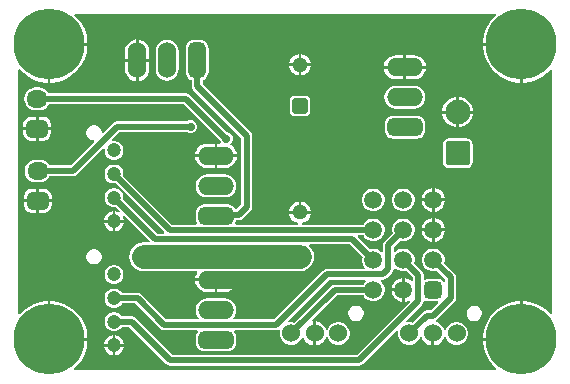
<source format=gtl>
G04*
G04 #@! TF.GenerationSoftware,Altium Limited,Altium Designer,21.1.1 (26)*
G04*
G04 Layer_Physical_Order=1*
G04 Layer_Color=255*
%FSLAX24Y24*%
%MOIN*%
G70*
G04*
G04 #@! TF.SameCoordinates,F00D2E86-8B98-404A-8CF5-AA7CE4D76747*
G04*
G04*
G04 #@! TF.FilePolarity,Positive*
G04*
G01*
G75*
%ADD11C,0.0197*%
%ADD32C,0.0787*%
%ADD33C,0.0591*%
%ADD34C,0.0600*%
%ADD35C,0.0472*%
%ADD36C,0.0512*%
G04:AMPARAMS|DCode=37|XSize=51.2mil|YSize=51.2mil|CornerRadius=7.7mil|HoleSize=0mil|Usage=FLASHONLY|Rotation=270.000|XOffset=0mil|YOffset=0mil|HoleType=Round|Shape=RoundedRectangle|*
%AMROUNDEDRECTD37*
21,1,0.0512,0.0358,0,0,270.0*
21,1,0.0358,0.0512,0,0,270.0*
1,1,0.0154,-0.0179,-0.0179*
1,1,0.0154,-0.0179,0.0179*
1,1,0.0154,0.0179,0.0179*
1,1,0.0154,0.0179,-0.0179*
%
%ADD37ROUNDEDRECTD37*%
%ADD38O,0.1200X0.0600*%
G04:AMPARAMS|DCode=39|XSize=60mil|YSize=120mil|CornerRadius=21mil|HoleSize=0mil|Usage=FLASHONLY|Rotation=90.000|XOffset=0mil|YOffset=0mil|HoleType=Round|Shape=RoundedRectangle|*
%AMROUNDEDRECTD39*
21,1,0.0600,0.0780,0,0,90.0*
21,1,0.0180,0.1200,0,0,90.0*
1,1,0.0420,0.0390,0.0090*
1,1,0.0420,0.0390,-0.0090*
1,1,0.0420,-0.0390,-0.0090*
1,1,0.0420,-0.0390,0.0090*
%
%ADD39ROUNDEDRECTD39*%
G04:AMPARAMS|DCode=40|XSize=59.1mil|YSize=70.9mil|CornerRadius=14.8mil|HoleSize=0mil|Usage=FLASHONLY|Rotation=270.000|XOffset=0mil|YOffset=0mil|HoleType=Round|Shape=RoundedRectangle|*
%AMROUNDEDRECTD40*
21,1,0.0591,0.0413,0,0,270.0*
21,1,0.0295,0.0709,0,0,270.0*
1,1,0.0295,-0.0207,-0.0148*
1,1,0.0295,-0.0207,0.0148*
1,1,0.0295,0.0207,0.0148*
1,1,0.0295,0.0207,-0.0148*
%
%ADD40ROUNDEDRECTD40*%
%ADD41O,0.0709X0.0591*%
G04:AMPARAMS|DCode=42|XSize=82.7mil|YSize=82.7mil|CornerRadius=12.4mil|HoleSize=0mil|Usage=FLASHONLY|Rotation=90.000|XOffset=0mil|YOffset=0mil|HoleType=Round|Shape=RoundedRectangle|*
%AMROUNDEDRECTD42*
21,1,0.0827,0.0579,0,0,90.0*
21,1,0.0579,0.0827,0,0,90.0*
1,1,0.0248,0.0289,0.0289*
1,1,0.0248,0.0289,-0.0289*
1,1,0.0248,-0.0289,-0.0289*
1,1,0.0248,-0.0289,0.0289*
%
%ADD42ROUNDEDRECTD42*%
%ADD43C,0.0827*%
%ADD44C,0.2362*%
%ADD45O,0.0600X0.1200*%
G04:AMPARAMS|DCode=46|XSize=60mil|YSize=120mil|CornerRadius=21mil|HoleSize=0mil|Usage=FLASHONLY|Rotation=180.000|XOffset=0mil|YOffset=0mil|HoleType=Round|Shape=RoundedRectangle|*
%AMROUNDEDRECTD46*
21,1,0.0600,0.0780,0,0,180.0*
21,1,0.0180,0.1200,0,0,180.0*
1,1,0.0420,-0.0090,0.0390*
1,1,0.0420,0.0090,0.0390*
1,1,0.0420,0.0090,-0.0390*
1,1,0.0420,-0.0090,-0.0390*
%
%ADD46ROUNDEDRECTD46*%
%ADD47C,0.0591*%
G04:AMPARAMS|DCode=48|XSize=59.1mil|YSize=59.1mil|CornerRadius=14.8mil|HoleSize=0mil|Usage=FLASHONLY|Rotation=90.000|XOffset=0mil|YOffset=0mil|HoleType=Round|Shape=RoundedRectangle|*
%AMROUNDEDRECTD48*
21,1,0.0591,0.0295,0,0,90.0*
21,1,0.0295,0.0591,0,0,90.0*
1,1,0.0295,0.0148,0.0148*
1,1,0.0295,0.0148,-0.0148*
1,1,0.0295,-0.0148,-0.0148*
1,1,0.0295,-0.0148,0.0148*
%
%ADD48ROUNDEDRECTD48*%
%ADD49C,0.0276*%
G36*
X16088Y11994D02*
X15952Y11858D01*
X15833Y11695D01*
X15742Y11515D01*
X15680Y11324D01*
X15648Y11124D01*
Y11073D01*
X16929D01*
Y11024D01*
X16978D01*
Y9743D01*
X17030D01*
X17229Y9774D01*
X17421Y9836D01*
X17601Y9928D01*
X17764Y10046D01*
X17900Y10182D01*
X17950Y10173D01*
Y2032D01*
X17900Y2022D01*
X17764Y2158D01*
X17601Y2277D01*
X17421Y2368D01*
X17229Y2431D01*
X17030Y2462D01*
X16978D01*
Y1181D01*
X16929D01*
Y1132D01*
X15648D01*
Y1080D01*
X15680Y881D01*
X15742Y689D01*
X15833Y510D01*
X15952Y347D01*
X16088Y211D01*
X16079Y161D01*
X2032D01*
X2022Y211D01*
X2158Y347D01*
X2277Y510D01*
X2368Y689D01*
X2431Y881D01*
X2462Y1080D01*
Y1132D01*
X1181D01*
Y1181D01*
X1132D01*
Y2462D01*
X1080D01*
X881Y2431D01*
X689Y2368D01*
X510Y2277D01*
X347Y2158D01*
X211Y2022D01*
X161Y2032D01*
Y10173D01*
X211Y10182D01*
X347Y10046D01*
X510Y9928D01*
X689Y9836D01*
X881Y9774D01*
X1080Y9743D01*
X1132D01*
Y11024D01*
X1181D01*
Y11073D01*
X2462D01*
Y11124D01*
X2431Y11324D01*
X2368Y11515D01*
X2277Y11695D01*
X2158Y11858D01*
X2022Y11994D01*
X2032Y12044D01*
X16079Y12044D01*
X16088Y11994D01*
D02*
G37*
%LPC*%
G36*
X4167Y11183D02*
Y10535D01*
X4522D01*
Y10786D01*
X4508Y10891D01*
X4468Y10988D01*
X4403Y11071D01*
X4320Y11136D01*
X4223Y11176D01*
X4167Y11183D01*
D02*
G37*
G36*
X4069D02*
X4014Y11176D01*
X3916Y11136D01*
X3833Y11071D01*
X3769Y10988D01*
X3728Y10891D01*
X3715Y10786D01*
Y10535D01*
X4069D01*
Y11183D01*
D02*
G37*
G36*
X9596Y10690D02*
Y10384D01*
X9903D01*
X9879Y10472D01*
X9832Y10553D01*
X9766Y10619D01*
X9685Y10666D01*
X9596Y10690D01*
D02*
G37*
G36*
X9498Y10690D02*
X9410Y10666D01*
X9329Y10619D01*
X9262Y10553D01*
X9216Y10472D01*
X9192Y10384D01*
X9498D01*
Y10690D01*
D02*
G37*
G36*
X13345Y10655D02*
X13094D01*
Y10301D01*
X13742D01*
X13735Y10356D01*
X13695Y10454D01*
X13631Y10537D01*
X13547Y10601D01*
X13450Y10642D01*
X13345Y10655D01*
D02*
G37*
G36*
X12996D02*
X12745D01*
X12641Y10642D01*
X12544Y10601D01*
X12460Y10537D01*
X12396Y10454D01*
X12356Y10356D01*
X12348Y10301D01*
X12996D01*
Y10655D01*
D02*
G37*
G36*
X9903Y10285D02*
X9596D01*
Y9979D01*
X9685Y10003D01*
X9766Y10050D01*
X9832Y10116D01*
X9879Y10197D01*
X9903Y10285D01*
D02*
G37*
G36*
X9498D02*
X9192D01*
X9216Y10197D01*
X9262Y10116D01*
X9329Y10050D01*
X9410Y10003D01*
X9498Y9979D01*
Y10285D01*
D02*
G37*
G36*
X13742Y10203D02*
X13094D01*
Y9849D01*
X13345D01*
X13450Y9862D01*
X13547Y9903D01*
X13631Y9967D01*
X13695Y10050D01*
X13735Y10148D01*
X13742Y10203D01*
D02*
G37*
G36*
X12996D02*
X12348D01*
X12356Y10148D01*
X12396Y10050D01*
X12460Y9967D01*
X12544Y9903D01*
X12641Y9862D01*
X12745Y9849D01*
X12996D01*
Y10203D01*
D02*
G37*
G36*
X5118Y11168D02*
X5019Y11155D01*
X4927Y11117D01*
X4848Y11056D01*
X4787Y10977D01*
X4749Y10885D01*
X4736Y10786D01*
Y10186D01*
X4749Y10087D01*
X4787Y9995D01*
X4848Y9916D01*
X4927Y9855D01*
X5019Y9817D01*
X5118Y9804D01*
X5217Y9817D01*
X5309Y9855D01*
X5388Y9916D01*
X5449Y9995D01*
X5487Y10087D01*
X5500Y10186D01*
Y10786D01*
X5487Y10885D01*
X5449Y10977D01*
X5388Y11056D01*
X5309Y11117D01*
X5217Y11155D01*
X5118Y11168D01*
D02*
G37*
G36*
X4522Y10437D02*
X4167D01*
Y9789D01*
X4223Y9797D01*
X4320Y9837D01*
X4403Y9901D01*
X4468Y9984D01*
X4508Y10082D01*
X4522Y10186D01*
Y10437D01*
D02*
G37*
G36*
X4069D02*
X3715D01*
Y10186D01*
X3728Y10082D01*
X3769Y9984D01*
X3833Y9901D01*
X3916Y9837D01*
X4014Y9797D01*
X4069Y9789D01*
Y10437D01*
D02*
G37*
G36*
X16880Y10974D02*
X15648D01*
Y10923D01*
X15680Y10724D01*
X15742Y10532D01*
X15833Y10352D01*
X15952Y10189D01*
X16095Y10046D01*
X16258Y9928D01*
X16437Y9836D01*
X16629Y9774D01*
X16828Y9743D01*
X16880D01*
Y10974D01*
D02*
G37*
G36*
X2462D02*
X1230D01*
Y9743D01*
X1282D01*
X1481Y9774D01*
X1673Y9836D01*
X1853Y9928D01*
X2016Y10046D01*
X2158Y10189D01*
X2277Y10352D01*
X2368Y10532D01*
X2431Y10724D01*
X2462Y10923D01*
Y10974D01*
D02*
G37*
G36*
X13345Y9634D02*
X12745D01*
X12646Y9621D01*
X12554Y9583D01*
X12475Y9522D01*
X12414Y9443D01*
X12376Y9351D01*
X12363Y9252D01*
X12376Y9153D01*
X12414Y9061D01*
X12475Y8982D01*
X12554Y8921D01*
X12646Y8883D01*
X12745Y8870D01*
X13345D01*
X13444Y8883D01*
X13536Y8921D01*
X13615Y8982D01*
X13676Y9061D01*
X13714Y9153D01*
X13727Y9252D01*
X13714Y9351D01*
X13676Y9443D01*
X13615Y9522D01*
X13536Y9583D01*
X13444Y9621D01*
X13345Y9634D01*
D02*
G37*
G36*
X14871Y9273D02*
X14852D01*
Y8809D01*
X15317D01*
Y8827D01*
X15282Y8958D01*
X15214Y9075D01*
X15118Y9171D01*
X15001Y9238D01*
X14871Y9273D01*
D02*
G37*
G36*
X14754D02*
X14736D01*
X14605Y9238D01*
X14488Y9171D01*
X14392Y9075D01*
X14325Y8958D01*
X14290Y8827D01*
Y8809D01*
X14754D01*
Y9273D01*
D02*
G37*
G36*
X9726Y9294D02*
X9368D01*
X9307Y9282D01*
X9256Y9248D01*
X9222Y9197D01*
X9210Y9136D01*
Y8778D01*
X9222Y8717D01*
X9256Y8665D01*
X9307Y8631D01*
X9368Y8619D01*
X9726D01*
X9787Y8631D01*
X9839Y8665D01*
X9873Y8717D01*
X9885Y8778D01*
Y9136D01*
X9873Y9197D01*
X9839Y9248D01*
X9787Y9282D01*
X9726Y9294D01*
D02*
G37*
G36*
X994Y8601D02*
X837D01*
Y8250D01*
X1247D01*
Y8348D01*
X1227Y8445D01*
X1173Y8527D01*
X1091Y8582D01*
X994Y8601D01*
D02*
G37*
G36*
X738D02*
X581D01*
X484Y8582D01*
X402Y8527D01*
X347Y8445D01*
X328Y8348D01*
Y8250D01*
X738D01*
Y8601D01*
D02*
G37*
G36*
X15317Y8711D02*
X14852D01*
Y8246D01*
X14871D01*
X15001Y8281D01*
X15118Y8349D01*
X15214Y8445D01*
X15282Y8562D01*
X15317Y8692D01*
Y8711D01*
D02*
G37*
G36*
X14754D02*
X14290D01*
Y8692D01*
X14325Y8562D01*
X14392Y8445D01*
X14488Y8349D01*
X14605Y8281D01*
X14736Y8246D01*
X14754D01*
Y8711D01*
D02*
G37*
G36*
X5949Y8484D02*
X5862D01*
X5783Y8451D01*
X5780Y8448D01*
X3445D01*
X3376Y8435D01*
X3317Y8395D01*
X2983Y8061D01*
X2933Y8082D01*
Y8105D01*
X2916Y8170D01*
X2882Y8228D01*
X2834Y8276D01*
X2776Y8309D01*
X2711Y8327D01*
X2643D01*
X2578Y8309D01*
X2520Y8276D01*
X2472Y8228D01*
X2439Y8170D01*
X2421Y8105D01*
Y8037D01*
X2439Y7972D01*
X2472Y7914D01*
X2520Y7866D01*
X2578Y7832D01*
X2643Y7815D01*
X2666D01*
X2687Y7765D01*
X1902Y6980D01*
X1196D01*
X1193Y6988D01*
X1133Y7066D01*
X1055Y7126D01*
X964Y7164D01*
X866Y7176D01*
X748D01*
X650Y7164D01*
X559Y7126D01*
X481Y7066D01*
X421Y6988D01*
X384Y6897D01*
X371Y6799D01*
X384Y6702D01*
X421Y6611D01*
X481Y6532D01*
X559Y6473D01*
X650Y6435D01*
X748Y6422D01*
X866D01*
X964Y6435D01*
X1055Y6473D01*
X1133Y6532D01*
X1193Y6611D01*
X1196Y6619D01*
X1976D01*
X2045Y6632D01*
X2104Y6671D01*
X2989Y7556D01*
X3034Y7531D01*
X3031Y7522D01*
Y7439D01*
X3053Y7359D01*
X3094Y7287D01*
X3153Y7228D01*
X3225Y7187D01*
X3305Y7165D01*
X3388D01*
X3468Y7187D01*
X3540Y7228D01*
X3598Y7287D01*
X3640Y7359D01*
X3661Y7439D01*
Y7522D01*
X3640Y7602D01*
X3598Y7674D01*
X3540Y7732D01*
X3468Y7774D01*
X3388Y7795D01*
X3305D01*
X3296Y7793D01*
X3270Y7838D01*
X3520Y8087D01*
X5780D01*
X5783Y8084D01*
X5862Y8051D01*
X5949D01*
X6028Y8084D01*
X6089Y8145D01*
X6122Y8225D01*
Y8311D01*
X6089Y8390D01*
X6028Y8451D01*
X5949Y8484D01*
D02*
G37*
G36*
X13435Y8633D02*
X12655D01*
X12580Y8623D01*
X12510Y8594D01*
X12449Y8548D01*
X12403Y8488D01*
X12374Y8417D01*
X12364Y8342D01*
Y8162D01*
X12374Y8087D01*
X12403Y8016D01*
X12449Y7956D01*
X12510Y7910D01*
X12580Y7881D01*
X12655Y7871D01*
X13435D01*
X13511Y7881D01*
X13581Y7910D01*
X13641Y7956D01*
X13687Y8016D01*
X13717Y8087D01*
X13727Y8162D01*
Y8342D01*
X13717Y8417D01*
X13687Y8488D01*
X13641Y8548D01*
X13581Y8594D01*
X13511Y8623D01*
X13435Y8633D01*
D02*
G37*
G36*
X1247Y8152D02*
X837D01*
Y7801D01*
X994D01*
X1091Y7820D01*
X1173Y7875D01*
X1227Y7957D01*
X1247Y8053D01*
Y8152D01*
D02*
G37*
G36*
X738D02*
X328D01*
Y8053D01*
X347Y7957D01*
X402Y7875D01*
X484Y7820D01*
X581Y7801D01*
X738D01*
Y8152D01*
D02*
G37*
G36*
X846Y9578D02*
X728D01*
X631Y9565D01*
X540Y9527D01*
X462Y9468D01*
X402Y9389D01*
X364Y9298D01*
X351Y9201D01*
X364Y9103D01*
X402Y9012D01*
X462Y8934D01*
X540Y8874D01*
X631Y8836D01*
X728Y8824D01*
X846D01*
X944Y8836D01*
X1035Y8874D01*
X1113Y8934D01*
X1173Y9012D01*
X1176Y9020D01*
X5685D01*
X6870Y7835D01*
Y7831D01*
X6903Y7751D01*
X6906Y7749D01*
X6886Y7703D01*
X6795D01*
Y7348D01*
X7443D01*
X7436Y7404D01*
X7395Y7501D01*
X7331Y7584D01*
X7248Y7649D01*
X7238Y7653D01*
X7229Y7710D01*
X7270Y7751D01*
X7303Y7831D01*
Y7917D01*
X7270Y7997D01*
X7209Y8058D01*
X7130Y8091D01*
X7126D01*
X5888Y9329D01*
X5829Y9368D01*
X5760Y9381D01*
X1176D01*
X1173Y9389D01*
X1113Y9468D01*
X1035Y9527D01*
X944Y9565D01*
X846Y9578D01*
D02*
G37*
G36*
X6697Y7703D02*
X6446D01*
X6342Y7689D01*
X6244Y7649D01*
X6161Y7584D01*
X6097Y7501D01*
X6056Y7404D01*
X6049Y7348D01*
X6697D01*
Y7703D01*
D02*
G37*
G36*
X7443Y7250D02*
X6795D01*
Y6896D01*
X7046D01*
X7150Y6910D01*
X7248Y6950D01*
X7331Y7014D01*
X7395Y7097D01*
X7436Y7195D01*
X7443Y7250D01*
D02*
G37*
G36*
X6697D02*
X6049D01*
X6056Y7195D01*
X6097Y7097D01*
X6161Y7014D01*
X6244Y6950D01*
X6342Y6910D01*
X6446Y6896D01*
X6697D01*
Y7250D01*
D02*
G37*
G36*
X15092Y7878D02*
X14514D01*
X14435Y7862D01*
X14368Y7817D01*
X14323Y7750D01*
X14307Y7671D01*
Y7093D01*
X14323Y7013D01*
X14368Y6946D01*
X14435Y6902D01*
X14514Y6886D01*
X15092D01*
X15172Y6902D01*
X15239Y6946D01*
X15283Y7013D01*
X15299Y7093D01*
Y7671D01*
X15283Y7750D01*
X15239Y7817D01*
X15172Y7862D01*
X15092Y7878D01*
D02*
G37*
G36*
X7046Y6681D02*
X6446D01*
X6347Y6668D01*
X6255Y6630D01*
X6176Y6569D01*
X6115Y6490D01*
X6077Y6398D01*
X6064Y6299D01*
X6077Y6200D01*
X6115Y6108D01*
X6176Y6029D01*
X6255Y5968D01*
X6347Y5930D01*
X6446Y5917D01*
X7046D01*
X7145Y5930D01*
X7237Y5968D01*
X7316Y6029D01*
X7377Y6108D01*
X7415Y6200D01*
X7428Y6299D01*
X7415Y6398D01*
X7377Y6490D01*
X7316Y6569D01*
X7237Y6630D01*
X7145Y6668D01*
X7046Y6681D01*
D02*
G37*
G36*
X14044Y6226D02*
X14041D01*
Y5880D01*
X14387D01*
Y5883D01*
X14360Y5983D01*
X14308Y6073D01*
X14235Y6147D01*
X14145Y6199D01*
X14044Y6226D01*
D02*
G37*
G36*
X13943D02*
X13940D01*
X13840Y6199D01*
X13749Y6147D01*
X13676Y6073D01*
X13624Y5983D01*
X13597Y5883D01*
Y5880D01*
X13943D01*
Y6226D01*
D02*
G37*
G36*
X1014Y6199D02*
X856D01*
Y5848D01*
X1266D01*
Y5947D01*
X1247Y6043D01*
X1192Y6125D01*
X1110Y6180D01*
X1014Y6199D01*
D02*
G37*
G36*
X758D02*
X600D01*
X504Y6180D01*
X422Y6125D01*
X367Y6043D01*
X348Y5947D01*
Y5848D01*
X758D01*
Y6199D01*
D02*
G37*
G36*
X6208Y11167D02*
X6028D01*
X5953Y11158D01*
X5882Y11128D01*
X5822Y11082D01*
X5776Y11022D01*
X5747Y10952D01*
X5737Y10876D01*
Y10096D01*
X5747Y10021D01*
X5776Y9951D01*
X5822Y9890D01*
X5882Y9844D01*
X5937Y9821D01*
Y9630D01*
X5951Y9561D01*
X5990Y9502D01*
X7595Y7898D01*
Y5685D01*
X7440Y5530D01*
X7402Y5534D01*
X7387Y5536D01*
X7342Y5595D01*
X7282Y5641D01*
X7211Y5671D01*
X7136Y5680D01*
X6356D01*
X6281Y5671D01*
X6210Y5641D01*
X6150Y5595D01*
X6104Y5535D01*
X6075Y5465D01*
X6065Y5389D01*
Y5209D01*
X6075Y5134D01*
X6104Y5064D01*
X6110Y5056D01*
X6087Y5011D01*
X5283D01*
X3658Y6637D01*
X3661Y6651D01*
Y6734D01*
X3640Y6814D01*
X3598Y6886D01*
X3540Y6945D01*
X3468Y6986D01*
X3388Y7008D01*
X3305D01*
X3225Y6986D01*
X3153Y6945D01*
X3094Y6886D01*
X3053Y6814D01*
X3031Y6734D01*
Y6651D01*
X3053Y6571D01*
X3094Y6500D01*
X3153Y6441D01*
X3225Y6399D01*
X3305Y6378D01*
X3388D01*
X3402Y6382D01*
X5030Y4754D01*
X5010Y4708D01*
X4799D01*
X3658Y5850D01*
X3661Y5864D01*
Y5947D01*
X3640Y6027D01*
X3598Y6099D01*
X3540Y6158D01*
X3468Y6199D01*
X3388Y6220D01*
X3305D01*
X3225Y6199D01*
X3153Y6158D01*
X3094Y6099D01*
X3053Y6027D01*
X3031Y5947D01*
Y5864D01*
X3053Y5784D01*
X3094Y5712D01*
X3153Y5653D01*
X3225Y5612D01*
X3305Y5591D01*
X3388D01*
X3402Y5594D01*
X3550Y5447D01*
X3519Y5407D01*
X3476Y5431D01*
X3396Y5453D01*
Y5167D01*
X3681D01*
X3660Y5248D01*
X3635Y5291D01*
X3675Y5322D01*
X4537Y4460D01*
X4518Y4414D01*
X4331D01*
X4207Y4397D01*
X4092Y4350D01*
X3994Y4274D01*
X3918Y4175D01*
X3870Y4060D01*
X3854Y3937D01*
X3870Y3814D01*
X3918Y3699D01*
X3994Y3600D01*
X4092Y3524D01*
X4207Y3477D01*
X4331Y3460D01*
X6105D01*
X6130Y3410D01*
X6097Y3367D01*
X6056Y3270D01*
X6049Y3215D01*
X6746D01*
X7443D01*
X7436Y3270D01*
X7395Y3367D01*
X7362Y3410D01*
X7387Y3460D01*
X9547D01*
X9671Y3477D01*
X9786Y3524D01*
X9884Y3600D01*
X9960Y3699D01*
X10008Y3814D01*
X10024Y3937D01*
X10008Y4060D01*
X9960Y4175D01*
X9884Y4274D01*
X9863Y4290D01*
X9858Y4297D01*
X9885Y4347D01*
X11220D01*
X11633Y3935D01*
X11618Y3880D01*
Y3781D01*
X11644Y3686D01*
X11693Y3601D01*
X11717Y3577D01*
X11696Y3527D01*
X10433D01*
X10364Y3513D01*
X10305Y3474D01*
X8685Y1854D01*
X7337D01*
X7323Y1904D01*
X7377Y1974D01*
X7415Y2066D01*
X7428Y2165D01*
X7415Y2264D01*
X7377Y2356D01*
X7316Y2435D01*
X7237Y2496D01*
X7145Y2534D01*
X7046Y2547D01*
X6446D01*
X6347Y2534D01*
X6255Y2496D01*
X6176Y2435D01*
X6115Y2356D01*
X6077Y2264D01*
X6064Y2165D01*
X6077Y2066D01*
X6115Y1974D01*
X6169Y1904D01*
X6155Y1854D01*
X5095D01*
X4262Y2687D01*
X4203Y2726D01*
X4134Y2740D01*
X3606D01*
X3598Y2752D01*
X3540Y2811D01*
X3468Y2853D01*
X3388Y2874D01*
X3305D01*
X3225Y2853D01*
X3153Y2811D01*
X3094Y2752D01*
X3053Y2681D01*
X3031Y2601D01*
Y2518D01*
X3053Y2437D01*
X3094Y2366D01*
X3153Y2307D01*
X3225Y2266D01*
X3305Y2244D01*
X3388D01*
X3468Y2266D01*
X3540Y2307D01*
X3598Y2366D01*
X3606Y2378D01*
X4059D01*
X4892Y1546D01*
X4951Y1506D01*
X5020Y1493D01*
X6112D01*
X6136Y1443D01*
X6104Y1401D01*
X6075Y1331D01*
X6065Y1255D01*
Y1075D01*
X6075Y1000D01*
X6104Y930D01*
X6150Y869D01*
X6210Y823D01*
X6281Y794D01*
X6356Y784D01*
X7136D01*
X7211Y794D01*
X7282Y823D01*
X7342Y869D01*
X7388Y930D01*
X7417Y1000D01*
X7427Y1075D01*
Y1255D01*
X7417Y1331D01*
X7388Y1401D01*
X7356Y1443D01*
X7380Y1493D01*
X8760D01*
X8829Y1506D01*
X8845Y1517D01*
X8889Y1486D01*
X8873Y1428D01*
Y1328D01*
X8899Y1232D01*
X8949Y1145D01*
X9019Y1075D01*
X9106Y1025D01*
X9202Y999D01*
X9302D01*
X9398Y1025D01*
X9485Y1075D01*
X9555Y1145D01*
X9605Y1232D01*
X9609Y1246D01*
X9661D01*
X9667Y1224D01*
X9719Y1132D01*
X9794Y1058D01*
X9885Y1005D01*
X9987Y978D01*
X9990D01*
Y1378D01*
Y1778D01*
X9987D01*
X9975Y1775D01*
X9949Y1820D01*
X10780Y2650D01*
X11665D01*
X11693Y2601D01*
X11762Y2531D01*
X11848Y2482D01*
X11943Y2457D01*
X12041D01*
X12136Y2482D01*
X12222Y2531D01*
X12291Y2601D01*
X12341Y2686D01*
X12366Y2781D01*
Y2880D01*
X12341Y2975D01*
X12291Y3060D01*
X12236Y3116D01*
X12256Y3166D01*
X12303D01*
X12372Y3180D01*
X12431Y3219D01*
X12620Y3408D01*
X12659Y3466D01*
X12673Y3535D01*
Y3550D01*
X12723Y3571D01*
X12762Y3531D01*
X12848Y3482D01*
X12943Y3457D01*
X13041D01*
X13096Y3471D01*
X13304Y3264D01*
Y3144D01*
X13257Y3124D01*
X13235Y3147D01*
X13145Y3199D01*
X13044Y3226D01*
X13041D01*
Y2831D01*
Y2435D01*
X13044D01*
X13145Y2462D01*
X13180Y2483D01*
X13211Y2443D01*
X11441Y673D01*
X5291D01*
X4065Y1899D01*
X4006Y1939D01*
X3937Y1952D01*
X3606D01*
X3598Y1965D01*
X3540Y2024D01*
X3468Y2065D01*
X3388Y2087D01*
X3305D01*
X3225Y2065D01*
X3153Y2024D01*
X3094Y1965D01*
X3053Y1893D01*
X3031Y1813D01*
Y1730D01*
X3053Y1650D01*
X3094Y1578D01*
X3153Y1520D01*
X3225Y1478D01*
X3305Y1457D01*
X3388D01*
X3468Y1478D01*
X3540Y1520D01*
X3598Y1578D01*
X3606Y1591D01*
X3862D01*
X5089Y364D01*
X5147Y325D01*
X5217Y311D01*
X11516D01*
X11585Y325D01*
X11643Y364D01*
X12777Y1498D01*
X12822Y1472D01*
X12810Y1428D01*
Y1328D01*
X12836Y1232D01*
X12886Y1145D01*
X12956Y1075D01*
X13043Y1025D01*
X13139Y999D01*
X13239D01*
X13335Y1025D01*
X13422Y1075D01*
X13492Y1145D01*
X13542Y1232D01*
X13546Y1246D01*
X13598D01*
X13604Y1224D01*
X13656Y1132D01*
X13731Y1058D01*
X13822Y1005D01*
X13924Y978D01*
X13927D01*
Y1378D01*
X14026D01*
Y978D01*
X14029D01*
X14131Y1005D01*
X14222Y1058D01*
X14296Y1132D01*
X14349Y1224D01*
X14355Y1246D01*
X14407D01*
X14411Y1232D01*
X14461Y1145D01*
X14531Y1075D01*
X14618Y1025D01*
X14714Y999D01*
X14814D01*
X14910Y1025D01*
X14996Y1075D01*
X15067Y1145D01*
X15117Y1232D01*
X15143Y1328D01*
Y1428D01*
X15117Y1524D01*
X15067Y1611D01*
X14996Y1681D01*
X14910Y1731D01*
X14814Y1757D01*
X14714D01*
X14618Y1731D01*
X14531Y1681D01*
X14461Y1611D01*
X14411Y1524D01*
X14407Y1510D01*
X14355D01*
X14349Y1532D01*
X14296Y1624D01*
X14222Y1698D01*
X14131Y1751D01*
X14080Y1764D01*
X14071Y1819D01*
X14104Y1841D01*
X14695Y2431D01*
X14734Y2490D01*
X14748Y2559D01*
Y3256D01*
X14734Y3325D01*
X14695Y3384D01*
X14351Y3727D01*
X14366Y3781D01*
Y3880D01*
X14341Y3975D01*
X14291Y4060D01*
X14222Y4130D01*
X14136Y4179D01*
X14041Y4205D01*
X13943D01*
X13848Y4179D01*
X13762Y4130D01*
X13693Y4060D01*
X13644Y3975D01*
X13618Y3880D01*
Y3781D01*
X13644Y3686D01*
X13693Y3601D01*
X13762Y3531D01*
X13848Y3482D01*
X13943Y3457D01*
X14041D01*
X14096Y3471D01*
X14386Y3181D01*
Y3107D01*
X14336Y3092D01*
X14303Y3142D01*
X14228Y3192D01*
X14140Y3209D01*
X13844D01*
X13756Y3192D01*
X13715Y3164D01*
X13665Y3191D01*
Y3339D01*
X13651Y3408D01*
X13612Y3466D01*
X13351Y3727D01*
X13366Y3781D01*
Y3880D01*
X13341Y3975D01*
X13291Y4060D01*
X13222Y4130D01*
X13136Y4179D01*
X13041Y4205D01*
X12943D01*
X12848Y4179D01*
X12762Y4130D01*
X12723Y4090D01*
X12673Y4111D01*
Y4256D01*
X12888Y4471D01*
X12943Y4457D01*
X13041D01*
X13136Y4482D01*
X13222Y4531D01*
X13291Y4601D01*
X13341Y4686D01*
X13366Y4781D01*
Y4880D01*
X13341Y4975D01*
X13291Y5060D01*
X13222Y5130D01*
X13136Y5179D01*
X13041Y5205D01*
X12943D01*
X12848Y5179D01*
X12762Y5130D01*
X12693Y5060D01*
X12644Y4975D01*
X12618Y4880D01*
Y4781D01*
X12633Y4727D01*
X12364Y4458D01*
X12325Y4400D01*
X12311Y4331D01*
Y4111D01*
X12261Y4090D01*
X12222Y4130D01*
X12136Y4179D01*
X12041Y4205D01*
X11943D01*
X11888Y4190D01*
X11474Y4604D01*
X11494Y4650D01*
X11665D01*
X11693Y4601D01*
X11762Y4531D01*
X11848Y4482D01*
X11943Y4457D01*
X12041D01*
X12136Y4482D01*
X12222Y4531D01*
X12291Y4601D01*
X12341Y4686D01*
X12366Y4781D01*
Y4880D01*
X12341Y4975D01*
X12291Y5060D01*
X12222Y5130D01*
X12136Y5179D01*
X12041Y5205D01*
X11943D01*
X11848Y5179D01*
X11762Y5130D01*
X11693Y5060D01*
X11665Y5011D01*
X9615D01*
X9609Y5061D01*
X9685Y5082D01*
X9766Y5129D01*
X9832Y5195D01*
X9879Y5276D01*
X9903Y5364D01*
X9547D01*
X9192D01*
X9216Y5276D01*
X9262Y5195D01*
X9329Y5129D01*
X9410Y5082D01*
X9486Y5061D01*
X9479Y5011D01*
X7405D01*
X7383Y5056D01*
X7388Y5064D01*
X7417Y5134D01*
X7421Y5160D01*
X7506D01*
X7575Y5174D01*
X7633Y5213D01*
X7903Y5483D01*
X7942Y5541D01*
X7956Y5610D01*
Y7972D01*
X7942Y8042D01*
X7903Y8100D01*
X6299Y9705D01*
Y9821D01*
X6354Y9844D01*
X6414Y9890D01*
X6460Y9951D01*
X6489Y10021D01*
X6499Y10096D01*
Y10876D01*
X6489Y10952D01*
X6460Y11022D01*
X6414Y11082D01*
X6354Y11128D01*
X6283Y11158D01*
X6208Y11167D01*
D02*
G37*
G36*
X9596Y5769D02*
Y5463D01*
X9903D01*
X9879Y5551D01*
X9832Y5632D01*
X9766Y5698D01*
X9685Y5745D01*
X9596Y5769D01*
D02*
G37*
G36*
X9498D02*
X9410Y5745D01*
X9329Y5698D01*
X9262Y5632D01*
X9216Y5551D01*
X9192Y5463D01*
X9498D01*
Y5769D01*
D02*
G37*
G36*
X13041Y6205D02*
X12943D01*
X12848Y6179D01*
X12762Y6130D01*
X12693Y6060D01*
X12644Y5975D01*
X12618Y5880D01*
Y5781D01*
X12644Y5686D01*
X12693Y5601D01*
X12762Y5531D01*
X12848Y5482D01*
X12943Y5457D01*
X13041D01*
X13136Y5482D01*
X13222Y5531D01*
X13291Y5601D01*
X13341Y5686D01*
X13366Y5781D01*
Y5880D01*
X13341Y5975D01*
X13291Y6060D01*
X13222Y6130D01*
X13136Y6179D01*
X13041Y6205D01*
D02*
G37*
G36*
X12041D02*
X11943D01*
X11848Y6179D01*
X11762Y6130D01*
X11693Y6060D01*
X11644Y5975D01*
X11618Y5880D01*
Y5781D01*
X11644Y5686D01*
X11693Y5601D01*
X11762Y5531D01*
X11848Y5482D01*
X11943Y5457D01*
X12041D01*
X12136Y5482D01*
X12222Y5531D01*
X12291Y5601D01*
X12341Y5686D01*
X12366Y5781D01*
Y5880D01*
X12341Y5975D01*
X12291Y6060D01*
X12222Y6130D01*
X12136Y6179D01*
X12041Y6205D01*
D02*
G37*
G36*
X14387Y5781D02*
X14041D01*
Y5435D01*
X14044D01*
X14145Y5462D01*
X14235Y5514D01*
X14308Y5588D01*
X14360Y5678D01*
X14387Y5779D01*
Y5781D01*
D02*
G37*
G36*
X13943D02*
X13597D01*
Y5779D01*
X13624Y5678D01*
X13676Y5588D01*
X13749Y5514D01*
X13840Y5462D01*
X13940Y5435D01*
X13943D01*
Y5781D01*
D02*
G37*
G36*
X1266Y5750D02*
X856D01*
Y5399D01*
X1014D01*
X1110Y5418D01*
X1192Y5473D01*
X1247Y5555D01*
X1266Y5652D01*
Y5750D01*
D02*
G37*
G36*
X758D02*
X348D01*
Y5652D01*
X367Y5555D01*
X422Y5473D01*
X504Y5418D01*
X600Y5399D01*
X758D01*
Y5750D01*
D02*
G37*
G36*
X3297Y5453D02*
X3217Y5431D01*
X3140Y5387D01*
X3077Y5325D01*
X3033Y5248D01*
X3012Y5167D01*
X3297D01*
Y5453D01*
D02*
G37*
G36*
X14044Y5226D02*
X14041D01*
Y4880D01*
X14387D01*
Y4883D01*
X14360Y4983D01*
X14308Y5073D01*
X14235Y5147D01*
X14145Y5199D01*
X14044Y5226D01*
D02*
G37*
G36*
X13943D02*
X13940D01*
X13840Y5199D01*
X13749Y5147D01*
X13676Y5073D01*
X13624Y4983D01*
X13597Y4883D01*
Y4880D01*
X13943D01*
Y5226D01*
D02*
G37*
G36*
X3681Y5069D02*
X3396D01*
Y4783D01*
X3476Y4805D01*
X3553Y4849D01*
X3616Y4912D01*
X3660Y4988D01*
X3681Y5069D01*
D02*
G37*
G36*
X3297D02*
X3012D01*
X3033Y4988D01*
X3077Y4912D01*
X3140Y4849D01*
X3217Y4805D01*
X3297Y4783D01*
Y5069D01*
D02*
G37*
G36*
X14387Y4782D02*
X14041D01*
Y4435D01*
X14044D01*
X14145Y4462D01*
X14235Y4514D01*
X14308Y4588D01*
X14360Y4678D01*
X14387Y4779D01*
Y4782D01*
D02*
G37*
G36*
X13943D02*
X13597D01*
Y4779D01*
X13624Y4678D01*
X13676Y4588D01*
X13749Y4514D01*
X13840Y4462D01*
X13940Y4435D01*
X13943D01*
Y4782D01*
D02*
G37*
G36*
X2711Y4193D02*
X2643D01*
X2578Y4175D01*
X2520Y4142D01*
X2472Y4094D01*
X2439Y4036D01*
X2421Y3971D01*
Y3903D01*
X2439Y3838D01*
X2472Y3780D01*
X2520Y3732D01*
X2578Y3699D01*
X2643Y3681D01*
X2711D01*
X2776Y3699D01*
X2834Y3732D01*
X2882Y3780D01*
X2916Y3838D01*
X2933Y3903D01*
Y3971D01*
X2916Y4036D01*
X2882Y4094D01*
X2834Y4142D01*
X2776Y4175D01*
X2711Y4193D01*
D02*
G37*
G36*
X3388Y3661D02*
X3305D01*
X3225Y3640D01*
X3153Y3598D01*
X3094Y3540D01*
X3053Y3468D01*
X3031Y3388D01*
Y3305D01*
X3053Y3225D01*
X3094Y3153D01*
X3153Y3094D01*
X3225Y3053D01*
X3305Y3031D01*
X3388D01*
X3468Y3053D01*
X3540Y3094D01*
X3598Y3153D01*
X3640Y3225D01*
X3661Y3305D01*
Y3388D01*
X3640Y3468D01*
X3598Y3540D01*
X3540Y3598D01*
X3468Y3640D01*
X3388Y3661D01*
D02*
G37*
G36*
X12943Y3226D02*
X12940D01*
X12840Y3199D01*
X12749Y3147D01*
X12676Y3073D01*
X12624Y2983D01*
X12597Y2883D01*
Y2880D01*
X12943D01*
Y3226D01*
D02*
G37*
G36*
X7443Y3116D02*
X6795D01*
Y2762D01*
X7046D01*
X7150Y2776D01*
X7248Y2816D01*
X7331Y2880D01*
X7395Y2964D01*
X7436Y3061D01*
X7443Y3116D01*
D02*
G37*
G36*
X6697D02*
X6049D01*
X6056Y3061D01*
X6097Y2964D01*
X6161Y2880D01*
X6244Y2816D01*
X6342Y2776D01*
X6446Y2762D01*
X6697D01*
Y3116D01*
D02*
G37*
G36*
X12943Y2781D02*
X12597D01*
Y2779D01*
X12624Y2678D01*
X12676Y2588D01*
X12749Y2514D01*
X12840Y2462D01*
X12940Y2435D01*
X12943D01*
Y2781D01*
D02*
G37*
G36*
X15388Y2303D02*
X15321D01*
X15256Y2286D01*
X15197Y2252D01*
X15150Y2204D01*
X15116Y2146D01*
X15098Y2081D01*
Y2014D01*
X15116Y1948D01*
X15150Y1890D01*
X15197Y1842D01*
X15256Y1809D01*
X15321Y1791D01*
X15388D01*
X15453Y1809D01*
X15511Y1842D01*
X15559Y1890D01*
X15593Y1948D01*
X15610Y2014D01*
Y2081D01*
X15593Y2146D01*
X15559Y2204D01*
X15511Y2252D01*
X15453Y2286D01*
X15388Y2303D01*
D02*
G37*
G36*
X11451D02*
X11384D01*
X11319Y2286D01*
X11260Y2252D01*
X11213Y2204D01*
X11179Y2146D01*
X11161Y2081D01*
Y2014D01*
X11179Y1948D01*
X11213Y1890D01*
X11260Y1842D01*
X11319Y1809D01*
X11384Y1791D01*
X11451D01*
X11516Y1809D01*
X11574Y1842D01*
X11622Y1890D01*
X11656Y1948D01*
X11673Y2014D01*
Y2081D01*
X11656Y2146D01*
X11622Y2204D01*
X11574Y2252D01*
X11516Y2286D01*
X11451Y2303D01*
D02*
G37*
G36*
X1282Y2462D02*
X1230D01*
Y1230D01*
X2462D01*
Y1282D01*
X2431Y1481D01*
X2368Y1673D01*
X2277Y1853D01*
X2158Y2016D01*
X2016Y2158D01*
X1853Y2277D01*
X1673Y2368D01*
X1481Y2431D01*
X1282Y2462D01*
D02*
G37*
G36*
X16880D02*
X16828D01*
X16629Y2431D01*
X16437Y2368D01*
X16258Y2277D01*
X16095Y2158D01*
X15952Y2016D01*
X15833Y1853D01*
X15742Y1673D01*
X15680Y1481D01*
X15648Y1282D01*
Y1230D01*
X16880D01*
Y2462D01*
D02*
G37*
G36*
X3396Y1319D02*
Y1033D01*
X3681D01*
X3660Y1114D01*
X3616Y1191D01*
X3553Y1253D01*
X3476Y1298D01*
X3396Y1319D01*
D02*
G37*
G36*
X3297D02*
X3217Y1298D01*
X3140Y1253D01*
X3077Y1191D01*
X3033Y1114D01*
X3012Y1033D01*
X3297D01*
Y1319D01*
D02*
G37*
G36*
X10092Y1778D02*
X10089D01*
Y1378D01*
Y978D01*
X10092D01*
X10194Y1005D01*
X10285Y1058D01*
X10359Y1132D01*
X10412Y1224D01*
X10418Y1246D01*
X10470D01*
X10474Y1232D01*
X10524Y1145D01*
X10594Y1075D01*
X10681Y1025D01*
X10777Y999D01*
X10877D01*
X10973Y1025D01*
X11059Y1075D01*
X11130Y1145D01*
X11180Y1232D01*
X11206Y1328D01*
Y1428D01*
X11180Y1524D01*
X11130Y1611D01*
X11059Y1681D01*
X10973Y1731D01*
X10877Y1757D01*
X10777D01*
X10681Y1731D01*
X10594Y1681D01*
X10524Y1611D01*
X10474Y1524D01*
X10470Y1510D01*
X10418D01*
X10412Y1532D01*
X10359Y1624D01*
X10285Y1698D01*
X10194Y1751D01*
X10092Y1778D01*
D02*
G37*
G36*
X3681Y935D02*
X3396D01*
Y649D01*
X3476Y671D01*
X3553Y715D01*
X3616Y778D01*
X3660Y854D01*
X3681Y935D01*
D02*
G37*
G36*
X3297D02*
X3012D01*
X3033Y854D01*
X3077Y778D01*
X3140Y715D01*
X3217Y671D01*
X3297Y649D01*
Y935D01*
D02*
G37*
%LPD*%
G36*
X13756Y2470D02*
X13844Y2452D01*
X14134D01*
X14152Y2430D01*
X14162Y2410D01*
X13902Y2149D01*
X13780D01*
X13710Y2135D01*
X13652Y2096D01*
X13297Y1741D01*
X13239Y1757D01*
X13139D01*
X13095Y1745D01*
X13069Y1790D01*
X13612Y2333D01*
X13651Y2392D01*
X13665Y2461D01*
Y2471D01*
X13715Y2497D01*
X13756Y2470D01*
D02*
G37*
G36*
X11748Y3116D02*
X11693Y3060D01*
X11665Y3011D01*
X10705D01*
X10636Y2998D01*
X10577Y2958D01*
X9360Y1741D01*
X9302Y1757D01*
X9202D01*
X9158Y1745D01*
X9132Y1790D01*
X10508Y3166D01*
X11728D01*
X11748Y3116D01*
D02*
G37*
D11*
X5020Y1673D02*
X8760D01*
X10433Y3346D02*
X12303D01*
X8760Y1673D02*
X10433Y3346D01*
X3346Y6693D02*
X5209Y4831D01*
X11992D01*
X4724Y4528D02*
X11295D01*
X11992Y3831D01*
X3346Y5906D02*
X4724Y4528D01*
X787Y9201D02*
X5760D01*
X7087Y7874D01*
X6118Y9630D02*
X7776Y7972D01*
Y5610D02*
Y7972D01*
X6118Y9630D02*
Y10486D01*
X807Y6799D02*
X1976D01*
X3445Y8268D02*
X5906D01*
X1976Y6799D02*
X3445Y8268D01*
X11516Y492D02*
X13484Y2461D01*
X3937Y1772D02*
X5217Y492D01*
X11516D01*
X3346Y1772D02*
X3937D01*
X4134Y2559D02*
X5020Y1673D01*
X3346Y2559D02*
X4134D01*
X6787Y5340D02*
X7506D01*
X7776Y5610D01*
X12303Y3346D02*
X12492Y3535D01*
Y4331D01*
X13484Y2461D02*
Y3339D01*
X12992Y3831D02*
X13484Y3339D01*
X6746Y5299D02*
X6787Y5340D01*
X12492Y4331D02*
X12992Y4831D01*
X9252Y1378D02*
X10705Y2831D01*
X11992D01*
X13189Y1378D02*
X13780Y1969D01*
X13976D01*
X14567Y2559D01*
Y3256D01*
X13992Y3831D02*
X14567Y3256D01*
D32*
X4331Y3937D02*
X9547D01*
D33*
X6746Y3165D02*
X8843D01*
X8957Y3051D01*
D34*
X9252Y1378D02*
D03*
X10039D02*
D03*
X10827D02*
D03*
X13189D02*
D03*
X13976D02*
D03*
X14764D02*
D03*
D35*
X3346Y3346D02*
D03*
Y984D02*
D03*
Y2559D02*
D03*
Y1772D02*
D03*
Y7480D02*
D03*
Y5118D02*
D03*
Y6693D02*
D03*
Y5906D02*
D03*
D36*
X9547Y10335D02*
D03*
X9547Y5413D02*
D03*
D37*
X9547Y8957D02*
D03*
X9547Y4035D02*
D03*
D38*
X13045Y10252D02*
D03*
Y9252D02*
D03*
X6746Y3165D02*
D03*
Y2165D02*
D03*
X6746Y7299D02*
D03*
X6746Y6299D02*
D03*
D39*
X13045Y8252D02*
D03*
X6746Y1165D02*
D03*
X6746Y5299D02*
D03*
D40*
X807Y5799D02*
D03*
X787Y8201D02*
D03*
D41*
X807Y6799D02*
D03*
X787Y9201D02*
D03*
D42*
X14803Y7382D02*
D03*
D43*
Y8760D02*
D03*
D44*
X16929Y1181D02*
D03*
X1181Y11024D02*
D03*
X16929D02*
D03*
X1181Y1181D02*
D03*
D45*
X4118Y10486D02*
D03*
X5118D02*
D03*
D46*
X6118Y10486D02*
D03*
D47*
X13992Y5831D02*
D03*
X13992Y3831D02*
D03*
X13992Y4831D02*
D03*
X11992Y5831D02*
D03*
X11992Y3831D02*
D03*
Y4831D02*
D03*
X11992Y2831D02*
D03*
X12992D02*
D03*
X12992Y4831D02*
D03*
Y3831D02*
D03*
Y5831D02*
D03*
D48*
X13992Y2831D02*
D03*
D49*
X7087Y7874D02*
D03*
X5945Y5630D02*
D03*
X2756Y8661D02*
D03*
X4528D02*
D03*
X2461Y5413D02*
D03*
X1772Y7283D02*
D03*
X2559Y3346D02*
D03*
X7677Y984D02*
D03*
X5512Y1063D02*
D03*
X8189Y10157D02*
D03*
X12008Y9646D02*
D03*
X5748Y9685D02*
D03*
X7283Y9646D02*
D03*
X8268Y7480D02*
D03*
X11220Y5906D02*
D03*
X12205Y6693D02*
D03*
X12087Y8189D02*
D03*
X10984Y9252D02*
D03*
X9764Y7441D02*
D03*
X11024Y3937D02*
D03*
X8169Y2461D02*
D03*
X4724Y3307D02*
D03*
X4685Y7559D02*
D03*
X9055Y11220D02*
D03*
X6890Y11122D02*
D03*
X15157Y6299D02*
D03*
Y4921D02*
D03*
Y3150D02*
D03*
X12480Y827D02*
D03*
X11614Y2461D02*
D03*
X9488Y827D02*
D03*
X11299D02*
D03*
X4331Y3740D02*
D03*
Y4134D02*
D03*
X8957Y3051D02*
D03*
X5906Y8268D02*
D03*
M02*

</source>
